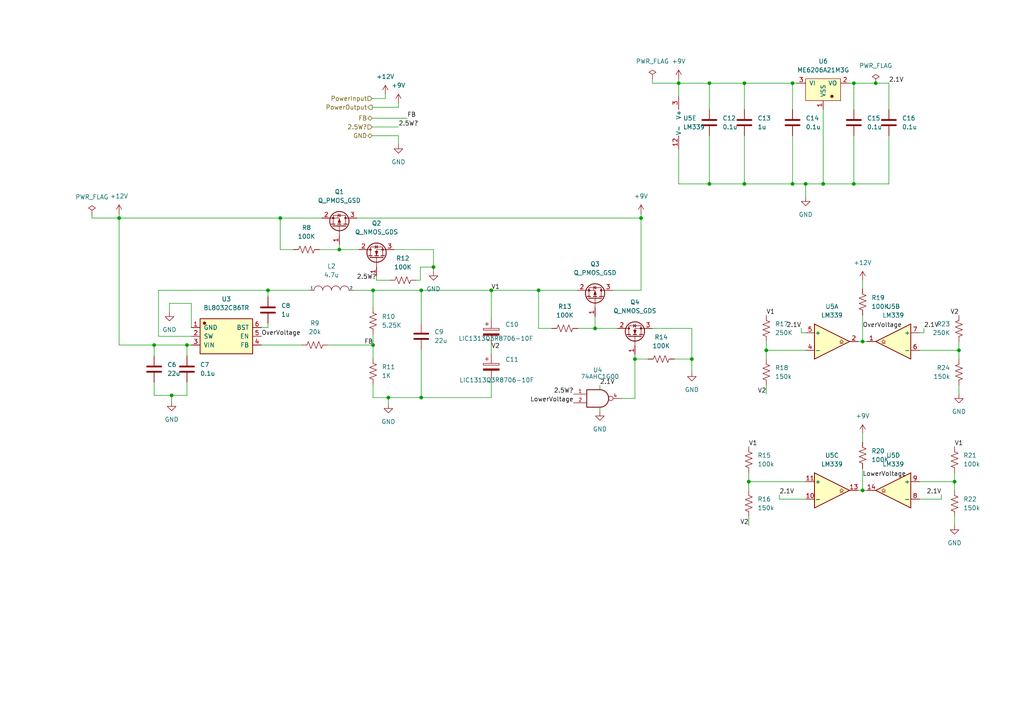
<source format=kicad_sch>
(kicad_sch (version 20211123) (generator eeschema)
  (paper "A4")
  (lib_symbols
    (symbol "1CommonUse:C0805" (pin_numbers hide) (pin_names (offset 0.254))
      (property "Reference" "C" (at 0.635 2.54 0))
      (property "Value" "C0805" (at 0.635 -2.54 0))
      (symbol "C0805_0_1"
        (polyline (pts (xy -2.032 -0.762) (xy 2.032 -0.762)) (stroke (width 0.508)))
        (polyline (pts (xy -2.032 0.762) (xy 2.032 0.762)) (stroke (width 0.508)))
      )
      (symbol "C0805_1_1"
        (pin passive line (at 0 3.81 270) (length 2.794) (name "~") (number "1"))
        (pin passive line (at 0 -3.81 90) (length 2.794) (name "~") (number "2"))
      )
    )
    (symbol "1CommonUse:R0805" (pin_numbers hide) (pin_names (offset 0))
      (property "Reference" "R" (at 2.54 0 90))
      (property "Value" "R0805" (at -2.54 0 90))
      (symbol "R0805_0_1"
        (polyline (pts (xy 0 -2.286) (xy 0 -2.54)))
        (polyline (pts (xy 0 2.286) (xy 0 2.54)))
        (polyline (pts (xy 0 -0.762) (xy 1.016 -1.143) (xy 0 -1.524) (xy -1.016 -1.905) (xy 0 -2.286)))
        (polyline (pts (xy 0 0.762) (xy 1.016 0.381) (xy 0 0) (xy -1.016 -0.381) (xy 0 -0.762)))
        (polyline (pts (xy 0 2.286) (xy 1.016 1.905) (xy 0 1.524) (xy -1.016 1.143) (xy 0 0.762)))
      )
      (symbol "R0805_1_1"
        (pin passive line (at 0 3.81 270) (length 1.27) (name "~") (number "1"))
        (pin passive line (at 0 -3.81 90) (length 1.27) (name "~") (number "2"))
      )
    )
    (symbol "74xGxx:74AHC1G00" (pin_names (offset 1.016))
      (property "Reference" "U" (at -2.54 3.81 0))
      (property "Value" "74AHC1G00" (at 0 -3.81 0))
      (symbol "74AHC1G00_0_1"
        (arc (start 0 -2.54) (mid 2.54 0) (end 0 2.54) (stroke (width 0.254)))
        (polyline (pts (xy 0 -2.54) (xy -3.81 -2.54) (xy -3.81 2.54) (xy 0 2.54)) (stroke (width 0.254)))
      )
      (symbol "74AHC1G00_1_1"
        (pin input line (at -7.62 1.27 0) (length 3.81) (name "~") (number "1"))
        (pin input line (at -7.62 -1.27 0) (length 3.81) (name "~") (number "2"))
        (pin power_in line (at 0 -2.54 270) (length 0) hide (name "GND") (number "3"))
        (pin output inverted (at 6.35 0 180) (length 3.81) (name "~") (number "4"))
        (pin power_in line (at 0 2.54 90) (length 0) hide (name "VCC") (number "5"))
      )
    )
    (symbol "Comparator:LM339" (pin_names (offset 0.127))
      (property "Reference" "U" (at 0 5.08 0))
      (property "Value" "LM339" (at 0 -5.08 0))
      (symbol "LM339_1_1"
        (polyline (pts (xy -5.08 5.08) (xy 5.08 0) (xy -5.08 -5.08) (xy -5.08 5.08)) (stroke (width 0.254)) (fill (type background)))
        (polyline (pts (xy 3.302 -0.508) (xy 2.794 -0.508) (xy 3.302 0) (xy 2.794 0.508) (xy 2.286 0) (xy 2.794 -0.508) (xy 2.286 -0.508)) (stroke (width 0.127)))
        (pin open_collector line (at 7.62 0 180) (length 2.54) (name "~") (number "2"))
        (pin input line (at -7.62 -2.54 0) (length 2.54) (name "-") (number "4"))
        (pin input line (at -7.62 2.54 0) (length 2.54) (name "+") (number "5"))
      )
      (symbol "LM339_2_1"
        (polyline (pts (xy -5.08 5.08) (xy 5.08 0) (xy -5.08 -5.08) (xy -5.08 5.08)) (stroke (width 0.254)) (fill (type background)))
        (polyline (pts (xy 3.302 -0.508) (xy 2.794 -0.508) (xy 3.302 0) (xy 2.794 0.508) (xy 2.286 0) (xy 2.794 -0.508) (xy 2.286 -0.508)) (stroke (width 0.127)))
        (pin open_collector line (at 7.62 0 180) (length 2.54) (name "~") (number "1"))
        (pin input line (at -7.62 -2.54 0) (length 2.54) (name "-") (number "6"))
        (pin input line (at -7.62 2.54 0) (length 2.54) (name "+") (number "7"))
      )
      (symbol "LM339_3_1"
        (polyline (pts (xy -5.08 5.08) (xy 5.08 0) (xy -5.08 -5.08) (xy -5.08 5.08)) (stroke (width 0.254)) (fill (type background)))
        (polyline (pts (xy 3.302 -0.508) (xy 2.794 -0.508) (xy 3.302 0) (xy 2.794 0.508) (xy 2.286 0) (xy 2.794 -0.508) (xy 2.286 -0.508)) (stroke (width 0.127)))
        (pin input line (at -7.62 -2.54 0) (length 2.54) (name "-") (number "10"))
        (pin input line (at -7.62 2.54 0) (length 2.54) (name "+") (number "11"))
        (pin open_collector line (at 7.62 0 180) (length 2.54) (name "~") (number "13"))
      )
      (symbol "LM339_4_1"
        (polyline (pts (xy -5.08 5.08) (xy 5.08 0) (xy -5.08 -5.08) (xy -5.08 5.08)) (stroke (width 0.254)) (fill (type background)))
        (polyline (pts (xy 3.302 -0.508) (xy 2.794 -0.508) (xy 3.302 0) (xy 2.794 0.508) (xy 2.286 0) (xy 2.794 -0.508) (xy 2.286 -0.508)) (stroke (width 0.127)))
        (pin open_collector line (at 7.62 0 180) (length 2.54) (name "~") (number "14"))
        (pin input line (at -7.62 -2.54 0) (length 2.54) (name "-") (number "8"))
        (pin input line (at -7.62 2.54 0) (length 2.54) (name "+") (number "9"))
      )
      (symbol "LM339_5_1"
        (pin power_in line (at -2.54 -7.62 90) (length 3.81) (name "V-") (number "12"))
        (pin power_in line (at -2.54 7.62 270) (length 3.81) (name "V+") (number "3"))
      )
    )
    (symbol "Device:C_Polarized" (pin_numbers hide) (pin_names (offset 0.254))
      (property "Reference" "C" (at 0.635 2.54 0))
      (property "Value" "C_Polarized" (at 0.635 -2.54 0))
      (symbol "C_Polarized_0_1"
        (rectangle (start -2.286 0.508) (end 2.286 1.016))
        (polyline (pts (xy -1.778 2.286) (xy -0.762 2.286)))
        (polyline (pts (xy -1.27 2.794) (xy -1.27 1.778)))
        (rectangle (start 2.286 -0.508) (end -2.286 -1.016) (fill (type outline)))
      )
      (symbol "C_Polarized_1_1"
        (pin passive line (at 0 3.81 270) (length 2.794) (name "~") (number "1"))
        (pin passive line (at 0 -3.81 90) (length 2.794) (name "~") (number "2"))
      )
    )
    (symbol "Device:Q_NMOS_GDS" (pin_names (offset 0) hide)
      (property "Reference" "Q" (at 5.08 1.27 0))
      (property "Value" "Q_NMOS_GDS" (at 5.08 -1.27 0))
      (symbol "Q_NMOS_GDS_0_1"
        (polyline (pts (xy 0.254 0) (xy -2.54 0)))
        (polyline (pts (xy 0.254 1.905) (xy 0.254 -1.905)) (stroke (width 0.254)))
        (polyline (pts (xy 0.762 -1.27) (xy 0.762 -2.286)) (stroke (width 0.254)))
        (polyline (pts (xy 0.762 0.508) (xy 0.762 -0.508)) (stroke (width 0.254)))
        (polyline (pts (xy 0.762 2.286) (xy 0.762 1.27)) (stroke (width 0.254)))
        (polyline (pts (xy 2.54 2.54) (xy 2.54 1.778)))
        (polyline (pts (xy 2.54 -2.54) (xy 2.54 0) (xy 0.762 0)))
        (polyline (pts (xy 0.762 -1.778) (xy 3.302 -1.778) (xy 3.302 1.778) (xy 0.762 1.778)))
        (polyline (pts (xy 1.016 0) (xy 2.032 0.381) (xy 2.032 -0.381) (xy 1.016 0)) (fill (type outline)))
        (polyline (pts (xy 2.794 0.508) (xy 2.921 0.381) (xy 3.683 0.381) (xy 3.81 0.254)))
        (polyline (pts (xy 3.302 0.381) (xy 2.921 -0.254) (xy 3.683 -0.254) (xy 3.302 0.381)))
        (circle (center 1.651 0) (radius 2.794) (stroke (width 0.254)))
        (circle (center 2.54 -1.778) (radius 0.254) (fill (type outline)))
        (circle (center 2.54 1.778) (radius 0.254) (fill (type outline)))
      )
      (symbol "Q_NMOS_GDS_1_1"
        (pin input line (at -5.08 0 0) (length 2.54) (name "G") (number "1"))
        (pin passive line (at 2.54 5.08 270) (length 2.54) (name "D") (number "2"))
        (pin passive line (at 2.54 -5.08 90) (length 2.54) (name "S") (number "3"))
      )
    )
    (symbol "Device:Q_PMOS_GSD" (pin_names (offset 0) hide)
      (property "Reference" "Q" (at 5.08 1.27 0))
      (property "Value" "Q_PMOS_GSD" (at 5.08 -1.27 0))
      (symbol "Q_PMOS_GSD_0_1"
        (polyline (pts (xy 0.254 0) (xy -2.54 0)))
        (polyline (pts (xy 0.254 1.905) (xy 0.254 -1.905)) (stroke (width 0.254)))
        (polyline (pts (xy 0.762 -1.27) (xy 0.762 -2.286)) (stroke (width 0.254)))
        (polyline (pts (xy 0.762 0.508) (xy 0.762 -0.508)) (stroke (width 0.254)))
        (polyline (pts (xy 0.762 2.286) (xy 0.762 1.27)) (stroke (width 0.254)))
        (polyline (pts (xy 2.54 2.54) (xy 2.54 1.778)))
        (polyline (pts (xy 2.54 -2.54) (xy 2.54 0) (xy 0.762 0)))
        (polyline (pts (xy 0.762 1.778) (xy 3.302 1.778) (xy 3.302 -1.778) (xy 0.762 -1.778)))
        (polyline (pts (xy 2.286 0) (xy 1.27 0.381) (xy 1.27 -0.381) (xy 2.286 0)) (fill (type outline)))
        (polyline (pts (xy 2.794 -0.508) (xy 2.921 -0.381) (xy 3.683 -0.381) (xy 3.81 -0.254)))
        (polyline (pts (xy 3.302 -0.381) (xy 2.921 0.254) (xy 3.683 0.254) (xy 3.302 -0.381)))
        (circle (center 1.651 0) (radius 2.794) (stroke (width 0.254)))
        (circle (center 2.54 -1.778) (radius 0.254) (fill (type outline)))
        (circle (center 2.54 1.778) (radius 0.254) (fill (type outline)))
      )
      (symbol "Q_PMOS_GSD_1_1"
        (pin input line (at -5.08 0 0) (length 2.54) (name "G") (number "1"))
        (pin passive line (at 2.54 -5.08 90) (length 2.54) (name "S") (number "2"))
        (pin passive line (at 2.54 5.08 270) (length 2.54) (name "D") (number "3"))
      )
    )
    (symbol "SolarCharger:BL8032CB6TR" (pin_names (offset 1.016))
      (property "Reference" "U" (at 0 7.6962 0))
      (property "Value" "BL8032CB6TR" (at 0 12.7762 0))
      (symbol "BL8032CB6TR_1_1"
        (rectangle (start -7.62 5.08) (end 7.62 -5.08) (stroke (width 0.254)) (fill (type background)))
        (circle (center -6.35 3.81) (radius 0.381) (stroke (width 0.1524)) (fill (type outline)))
        (pin input line (at -10.16 2.54 0) (length 2.54) (name "GND") (number "1"))
        (pin input line (at -10.16 0 0) (length 2.54) (name "SW") (number "2"))
        (pin input line (at -10.16 -2.54 0) (length 2.54) (name "VIN") (number "3"))
        (pin input line (at 10.16 -2.54 180) (length 2.54) (name "FB") (number "4"))
        (pin input line (at 10.16 0 180) (length 2.54) (name "EN") (number "5"))
        (pin input line (at 10.16 2.54 180) (length 2.54) (name "BST") (number "6"))
      )
    )
    (symbol "SolarCharger:ME6206A21M3G" (pin_names (offset 1.016))
      (property "Reference" "U?" (at 0 8.89 0))
      (property "Value" "ME6206A21M3G" (at 0 6.35 0))
      (symbol "ME6206A21M3G_0_1"
        (rectangle (start -5.08 3.81) (end 5.08 -2.54) (fill (type background)))
      )
      (symbol "ME6206A21M3G_1_1"
        (circle (center 2.54 -1.27) (radius 0.381) (stroke (width 0.1524)) (fill (type outline)))
        (pin input line (at 0 -5.08 90) (length 2.54) (name "VSS") (number "1"))
        (pin input line (at 7.62 2.54 180) (length 2.54) (name "VO") (number "2"))
        (pin input line (at -7.62 2.54 0) (length 2.54) (name "VI") (number "3"))
      )
    )
    (symbol "power:+12V" (power) (pin_names (offset 0))
      (property "Value" "+12V" (at 0 3.556 0))
      (symbol "+12V_0_1"
        (polyline (pts (xy -0.762 1.27) (xy 0 2.54)))
        (polyline (pts (xy 0 0) (xy 0 2.54)))
        (polyline (pts (xy 0 2.54) (xy 0.762 1.27)))
      )
      (symbol "+12V_1_1"
        (pin power_in line (at 0 0 90) (length 0) hide (name "+12V") (number "1"))
      )
    )
    (symbol "power:+9V" (power) (pin_names (offset 0))
      (property "Value" "+9V" (at 0 3.556 0))
      (symbol "+9V_0_1"
        (polyline (pts (xy -0.762 1.27) (xy 0 2.54)))
        (polyline (pts (xy 0 0) (xy 0 2.54)))
        (polyline (pts (xy 0 2.54) (xy 0.762 1.27)))
      )
      (symbol "+9V_1_1"
        (pin power_in line (at 0 0 90) (length 0) hide (name "+9V") (number "1"))
      )
    )
    (symbol "power:GND" (power) (pin_names (offset 0))
      (property "Value" "GND" (at 0 -3.81 0))
      (symbol "GND_0_1"
        (polyline (pts (xy 0 0) (xy 0 -1.27) (xy 1.27 -1.27) (xy 0 -2.54) (xy -1.27 -1.27) (xy 0 -1.27)))
      )
      (symbol "GND_1_1"
        (pin power_in line (at 0 0 270) (length 0) hide (name "GND") (number "1"))
      )
    )
    (symbol "power:PWR_FLAG" (power) (pin_numbers hide) (pin_names (offset 0) hide)
      (property "Value" "PWR_FLAG" (at 0 3.81 0))
      (symbol "PWR_FLAG_0_0"
        (pin power_out line (at 0 0 90) (length 0) (name "pwr") (number "1"))
      )
      (symbol "PWR_FLAG_0_1"
        (polyline (pts (xy 0 0) (xy 0 1.27) (xy -1.016 1.905) (xy 0 2.54) (xy 1.016 1.905) (xy 0 1.27)))
      )
    )
    (symbol "pspice:INDUCTOR" (pin_numbers hide) (pin_names (offset 0))
      (property "Reference" "L" (at 0 2.54 0))
      (property "Value" "INDUCTOR" (at 0 -1.27 0))
      (symbol "INDUCTOR_0_1"
        (arc (start -2.54 0) (mid -3.81 1.27) (end -5.08 0))
        (arc (start 0 0) (mid -1.27 1.27) (end -2.54 0))
        (arc (start 2.54 0) (mid 1.27 1.27) (end 0 0))
        (arc (start 5.08 0) (mid 3.81 1.27) (end 2.54 0))
      )
      (symbol "INDUCTOR_1_1"
        (pin input line (at -6.35 0 0) (length 1.27) (name "1") (number "1"))
        (pin input line (at 6.35 0 180) (length 1.27) (name "2") (number "2"))
      )
    )
  )
  (junction (at 196.85 24.13))
  (junction (at 205.74 24.13))
  (junction (at 250.19 99.06))
  (junction (at 215.9 53.34))
  (junction (at 34.544 63.246))
  (junction (at 276.86 139.7))
  (junction (at 229.87 24.13))
  (junction (at 172.593 95.25))
  (junction (at 200.66 104.14))
  (junction (at 222.25 101.6))
  (junction (at 215.9 24.13))
  (junction (at 238.76 53.34))
  (junction (at 247.65 24.13))
  (junction (at 254 24.13))
  (junction (at 54.229 100.076))
  (junction (at 233.68 53.34))
  (junction (at 229.87 53.34))
  (junction (at 108.204 100.076))
  (junction (at 77.724 84.201))
  (junction (at 247.65 53.34))
  (junction (at 205.74 53.34))
  (junction (at 250.19 142.24))
  (junction (at 278.13 101.6))
  (junction (at 156.21 84.201))
  (junction (at 185.928 63.246))
  (junction (at 122.174 115.316))
  (junction (at 217.17 139.7))
  (junction (at 44.704 100.076))
  (junction (at 98.425 72.39))
  (junction (at 184.15 104.14))
  (junction (at 112.649 115.316))
  (junction (at 122.174 84.201))
  (junction (at 108.204 84.201))
  (junction (at 49.784 114.681))
  (junction (at 81.28 63.246))
  (junction (at 142.494 84.201))
  (junction (at 125.73 77.47))
  (wire (pts (xy 257.81 39.37) (xy 257.81 53.34)))
  (wire (pts (xy 248.92 99.06) (xy 250.19 99.06)))
  (wire (pts (xy 229.87 53.34) (xy 233.68 53.34)))
  (wire (pts (xy 254 24.13) (xy 257.81 24.13)))
  (wire (pts (xy 112.649 115.316) (xy 108.204 115.316)))
  (wire (pts (xy 200.66 104.14) (xy 200.66 107.95)))
  (wire (pts (xy 102.489 84.201) (xy 108.204 84.201)))
  (wire (pts (xy 247.65 39.37) (xy 247.65 53.34)))
  (wire (pts (xy 250.19 91.44) (xy 250.19 99.06)))
  (wire (pts (xy 112.649 117.221) (xy 112.649 115.316)))
  (wire (pts (xy 121.92 81.28) (xy 121.92 77.47)))
  (wire (pts (xy 278.13 101.6) (xy 266.7 101.6)))
  (wire (pts (xy 49.784 114.681) (xy 54.229 114.681)))
  (wire (pts (xy 45.974 84.201) (xy 45.974 97.536)))
  (wire (pts (xy 34.544 100.076) (xy 44.704 100.076)))
  (wire (pts (xy 247.65 24.13) (xy 254 24.13)))
  (wire (pts (xy 125.73 77.47) (xy 125.73 78.74)))
  (wire (pts (xy 122.174 115.316) (xy 112.649 115.316)))
  (wire (pts (xy 247.65 53.34) (xy 238.76 53.34)))
  (wire (pts (xy 142.494 84.201) (xy 142.494 92.456)))
  (wire (pts (xy 180.34 115.57) (xy 184.15 115.57)))
  (wire (pts (xy 115.57 39.37) (xy 115.57 41.91)))
  (wire (pts (xy 172.593 95.25) (xy 179.07 95.25)))
  (wire (pts (xy 34.544 100.076) (xy 34.544 63.246)))
  (wire (pts (xy 196.85 43.18) (xy 196.85 53.34)))
  (wire (pts (xy 34.544 63.246) (xy 81.28 63.246)))
  (wire (pts (xy 232.41 95.25) (xy 232.41 96.52)))
  (wire (pts (xy 266.7 144.78) (xy 273.05 144.78)))
  (wire (pts (xy 81.28 63.246) (xy 93.345 63.246)))
  (wire (pts (xy 238.76 53.34) (xy 233.68 53.34)))
  (wire (pts (xy 107.95 36.83) (xy 115.57 36.83)))
  (wire (pts (xy 222.25 104.14) (xy 222.25 101.6)))
  (wire (pts (xy 49.784 114.681) (xy 49.784 116.586)))
  (wire (pts (xy 92.71 72.39) (xy 98.425 72.39)))
  (wire (pts (xy 113.03 81.28) (xy 109.22 81.28)))
  (wire (pts (xy 276.86 139.7) (xy 276.86 142.24)))
  (wire (pts (xy 205.74 39.37) (xy 205.74 53.34)))
  (wire (pts (xy 125.73 72.39) (xy 125.73 77.47)))
  (wire (pts (xy 75.819 100.076) (xy 87.503 100.076)))
  (wire (pts (xy 229.87 24.13) (xy 229.87 31.75)))
  (wire (pts (xy 205.74 53.34) (xy 215.9 53.34)))
  (wire (pts (xy 246.38 24.13) (xy 247.65 24.13)))
  (wire (pts (xy 247.65 53.34) (xy 257.81 53.34)))
  (wire (pts (xy 54.229 114.681) (xy 54.229 110.871)))
  (wire (pts (xy 247.65 24.13) (xy 247.65 31.75)))
  (wire (pts (xy 44.704 114.681) (xy 49.784 114.681)))
  (wire (pts (xy 142.494 100.076) (xy 142.494 102.616)))
  (wire (pts (xy 77.724 93.726) (xy 77.724 94.996)))
  (wire (pts (xy 267.97 95.25) (xy 267.97 96.52)))
  (wire (pts (xy 267.97 96.52) (xy 266.7 96.52)))
  (wire (pts (xy 98.425 72.39) (xy 104.14 72.39)))
  (wire (pts (xy 55.499 88.011) (xy 49.149 88.011)))
  (wire (pts (xy 189.23 22.86) (xy 189.23 24.13)))
  (wire (pts (xy 200.66 95.25) (xy 200.66 104.14)))
  (wire (pts (xy 222.25 101.6) (xy 233.68 101.6)))
  (wire (pts (xy 26.67 63.246) (xy 34.544 63.246)))
  (wire (pts (xy 108.204 96.901) (xy 108.204 100.076)))
  (wire (pts (xy 122.174 93.726) (xy 122.174 84.201)))
  (wire (pts (xy 250.19 125.73) (xy 250.19 128.27)))
  (wire (pts (xy 184.15 104.14) (xy 184.15 102.87)))
  (wire (pts (xy 44.704 100.076) (xy 44.704 103.251)))
  (wire (pts (xy 142.494 84.201) (xy 156.21 84.201)))
  (wire (pts (xy 217.17 139.7) (xy 217.17 142.24)))
  (wire (pts (xy 226.06 144.78) (xy 226.06 143.51)))
  (wire (pts (xy 172.593 91.821) (xy 172.593 95.25)))
  (wire (pts (xy 189.23 24.13) (xy 196.85 24.13)))
  (wire (pts (xy 108.204 84.201) (xy 108.204 89.281)))
  (wire (pts (xy 77.724 84.201) (xy 77.724 86.106)))
  (wire (pts (xy 217.17 139.7) (xy 233.68 139.7)))
  (wire (pts (xy 184.15 115.57) (xy 184.15 104.14)))
  (wire (pts (xy 109.22 81.28) (xy 109.22 80.01)))
  (wire (pts (xy 278.13 99.06) (xy 278.13 101.6)))
  (wire (pts (xy 114.3 72.39) (xy 125.73 72.39)))
  (wire (pts (xy 122.174 115.316) (xy 142.494 115.316)))
  (wire (pts (xy 103.505 63.246) (xy 185.928 63.246)))
  (wire (pts (xy 222.25 111.76) (xy 222.25 114.3)))
  (wire (pts (xy 196.85 53.34) (xy 205.74 53.34)))
  (wire (pts (xy 173.99 119.38) (xy 173.99 118.11)))
  (wire (pts (xy 276.86 137.16) (xy 276.86 139.7)))
  (wire (pts (xy 142.494 110.236) (xy 142.494 115.316)))
  (wire (pts (xy 195.58 104.14) (xy 200.66 104.14)))
  (wire (pts (xy 122.174 84.201) (xy 108.204 84.201)))
  (wire (pts (xy 111.76 28.575) (xy 107.95 28.575)))
  (wire (pts (xy 215.9 53.34) (xy 229.87 53.34)))
  (wire (pts (xy 222.25 99.06) (xy 222.25 101.6)))
  (wire (pts (xy 266.7 139.7) (xy 276.86 139.7)))
  (wire (pts (xy 45.974 97.536) (xy 55.499 97.536)))
  (wire (pts (xy 173.99 111.76) (xy 173.99 113.03)))
  (wire (pts (xy 278.13 104.14) (xy 278.13 101.6)))
  (wire (pts (xy 205.74 24.13) (xy 205.74 31.75)))
  (wire (pts (xy 229.87 39.37) (xy 229.87 53.34)))
  (wire (pts (xy 77.724 94.996) (xy 75.819 94.996)))
  (wire (pts (xy 250.19 142.24) (xy 251.46 142.24)))
  (wire (pts (xy 122.174 101.346) (xy 122.174 115.316)))
  (wire (pts (xy 250.19 142.24) (xy 248.92 142.24)))
  (wire (pts (xy 115.57 29.845) (xy 115.57 31.115)))
  (wire (pts (xy 185.928 84.201) (xy 177.673 84.201)))
  (wire (pts (xy 167.64 95.25) (xy 172.593 95.25)))
  (wire (pts (xy 118.11 34.29) (xy 107.95 34.29)))
  (wire (pts (xy 85.09 72.39) (xy 81.28 72.39)))
  (wire (pts (xy 196.85 22.86) (xy 196.85 24.13)))
  (wire (pts (xy 196.85 24.13) (xy 205.74 24.13)))
  (wire (pts (xy 205.74 24.13) (xy 215.9 24.13)))
  (wire (pts (xy 111.76 27.305) (xy 111.76 28.575)))
  (wire (pts (xy 187.96 104.14) (xy 184.15 104.14)))
  (wire (pts (xy 55.499 94.996) (xy 55.499 88.011)))
  (wire (pts (xy 108.204 111.506) (xy 108.204 115.316)))
  (wire (pts (xy 120.65 81.28) (xy 121.92 81.28)))
  (wire (pts (xy 229.87 24.13) (xy 231.14 24.13)))
  (wire (pts (xy 156.21 84.201) (xy 167.513 84.201)))
  (wire (pts (xy 250.19 135.89) (xy 250.19 142.24)))
  (wire (pts (xy 121.92 77.47) (xy 125.73 77.47)))
  (wire (pts (xy 115.57 31.115) (xy 107.95 31.115)))
  (wire (pts (xy 160.02 95.25) (xy 156.21 95.25)))
  (wire (pts (xy 238.76 31.75) (xy 238.76 53.34)))
  (wire (pts (xy 44.704 110.871) (xy 44.704 114.681)))
  (wire (pts (xy 250.19 81.28) (xy 250.19 83.82)))
  (wire (pts (xy 232.41 96.52) (xy 233.68 96.52)))
  (wire (pts (xy 81.28 63.246) (xy 81.28 72.39)))
  (wire (pts (xy 108.204 100.076) (xy 108.204 103.886)))
  (wire (pts (xy 34.544 61.976) (xy 34.544 63.246)))
  (wire (pts (xy 196.85 27.94) (xy 196.85 24.13)))
  (wire (pts (xy 215.9 24.13) (xy 215.9 31.75)))
  (wire (pts (xy 217.17 137.16) (xy 217.17 139.7)))
  (wire (pts (xy 77.724 84.201) (xy 89.789 84.201)))
  (wire (pts (xy 278.13 111.76) (xy 278.13 114.3)))
  (wire (pts (xy 276.86 149.86) (xy 276.86 152.4)))
  (wire (pts (xy 49.149 88.011) (xy 49.149 90.551)))
  (wire (pts (xy 233.68 53.34) (xy 233.68 57.15)))
  (wire (pts (xy 189.23 95.25) (xy 200.66 95.25)))
  (wire (pts (xy 233.68 144.78) (xy 226.06 144.78)))
  (wire (pts (xy 185.928 61.976) (xy 185.928 63.246)))
  (wire (pts (xy 250.19 99.06) (xy 251.46 99.06)))
  (wire (pts (xy 185.928 63.246) (xy 185.928 84.201)))
  (wire (pts (xy 26.67 62.23) (xy 26.67 63.246)))
  (wire (pts (xy 45.974 84.201) (xy 77.724 84.201)))
  (wire (pts (xy 98.425 70.866) (xy 98.425 72.39)))
  (wire (pts (xy 95.123 100.076) (xy 108.204 100.076)))
  (wire (pts (xy 122.174 84.201) (xy 142.494 84.201)))
  (wire (pts (xy 273.05 143.51) (xy 273.05 144.78)))
  (wire (pts (xy 44.704 100.076) (xy 54.229 100.076)))
  (wire (pts (xy 107.95 39.37) (xy 115.57 39.37)))
  (wire (pts (xy 215.9 24.13) (xy 229.87 24.13)))
  (wire (pts (xy 257.81 24.13) (xy 257.81 31.75)))
  (wire (pts (xy 217.17 149.86) (xy 217.17 152.4)))
  (wire (pts (xy 54.229 100.076) (xy 55.499 100.076)))
  (wire (pts (xy 54.229 100.076) (xy 54.229 103.251)))
  (wire (pts (xy 156.21 84.201) (xy 156.21 95.25)))
  (wire (pts (xy 215.9 39.37) (xy 215.9 53.34)))
  (label "FB" (at 108.204 100.076 180))
  (label "FB" (at 118.11 34.29 0))
  (label "2.5W?" (at 115.57 36.83 0))
  (label "LowerVoltage" (at 166.37 116.84 180))
  (label "V2" (at 278.13 91.44 180))
  (label "2.1V" (at 173.99 111.76 0))
  (label "OverVoltage" (at 75.819 97.536 0))
  (label "2.1V" (at 267.97 95.25 0))
  (label "V1" (at 276.86 129.54 0))
  (label "V1" (at 217.17 129.54 0))
  (label "V2" (at 217.17 152.4 180))
  (label "2.1V" (at 226.06 143.51 0))
  (label "2.5W?" (at 109.22 81.28 180))
  (label "V2" (at 222.25 114.3 180))
  (label "V2" (at 142.494 101.346 0))
  (label "V1" (at 222.25 91.44 0))
  (label "2.5W?" (at 166.37 114.3 180))
  (label "2.1V" (at 257.81 24.13 0))
  (label "LowerVoltage" (at 250.19 138.43 0))
  (label "OverVoltage" (at 250.19 95.25 0))
  (label "V1" (at 142.494 84.201 0))
  (label "2.1V" (at 273.05 143.51 180))
  (label "2.1V" (at 232.41 95.25 180))
  (hierarchical_label "PowerOutput" (shape output) (at 107.95 31.115 180))
  (hierarchical_label "FB" (shape bidirectional) (at 107.95 34.29 180))
  (hierarchical_label "GND" (shape bidirectional) (at 107.95 39.37 180))
  (hierarchical_label "PowerInput" (shape input) (at 107.95 28.575 180))
  (hierarchical_label "2.5W?" (shape input) (at 107.95 36.83 180))
  (symbol (lib_id "power:PWR_FLAG") (at 189.23 22.86 0) (unit 1)
    (property "Reference" "#FLG0102" (effects hide))
    (property "Value" "PWR_FLAG" (at 189.23 17.78 0))
  )
  (symbol (lib_id "power:GND") (at 173.99 119.38 0) (unit 1)
    (property "Reference" "#PWR017" (effects hide))
    (property "Value" "GND" (at 173.99 124.46 0))
  )
  (symbol (lib_id "1CommonUse:C0805") (at 215.9 35.56 0) (unit 1)
    (property "Reference" "C13" (at 219.71 34.2899 0) (effects (justify left)))
    (property "Value" "1u" (at 219.71 36.8299 0) (effects (justify left)))
    (property "Footprint" "Capacitor_SMD:C_0805_2012Metric" (effects hide))
  )
  (symbol (lib_id "power:GND") (at 200.66 107.95 0) (unit 1)
    (property "Reference" "#PWR020" (effects hide))
    (property "Value" "GND" (at 200.66 113.03 0))
  )
  (symbol (lib_id "power:+9V") (at 115.57 29.845 0) (unit 1)
    (property "Reference" "#PWR014" (effects hide))
    (property "Value" "+9V" (at 115.57 24.765 0))
  )
  (symbol (lib_id "1CommonUse:R0805") (at 191.77 104.14 270) (unit 1)
    (property "Reference" "R14" (at 191.77 97.79 90))
    (property "Value" "100K" (at 191.77 100.33 90))
    (property "Footprint" "Resistor_SMD:R_0805_2012Metric" (effects hide))
  )
  (symbol (lib_id "Device:Q_NMOS_GDS") (at 184.15 97.79 90) (unit 1)
    (property "Reference" "Q4" (at 184.15 87.63 90))
    (property "Value" "Q_NMOS_GDS" (at 184.15 90.17 90))
    (property "Footprint" "Package_TO_SOT_SMD:SOT-23" (effects hide))
  )
  (symbol (lib_id "1CommonUse:C0805") (at 229.87 35.56 0) (unit 1)
    (property "Reference" "C14" (at 233.68 34.2899 0) (effects (justify left)))
    (property "Value" "0.1u" (at 233.68 36.8299 0) (effects (justify left)))
    (property "Footprint" "Capacitor_SMD:C_0805_2012Metric" (effects hide))
  )
  (symbol (lib_id "1CommonUse:R0805") (at 250.19 87.63 180) (unit 1)
    (property "Reference" "R19" (at 252.73 86.3599 0) (effects (justify right)))
    (property "Value" "100K" (at 252.73 88.8999 0) (effects (justify right)))
    (property "Footprint" "Resistor_SMD:R_0805_2012Metric" (effects hide))
  )
  (symbol (lib_id "power:GND") (at 278.13 114.3 0) (mirror y) (unit 1)
    (property "Reference" "#PWR025" (effects hide))
    (property "Value" "GND" (at 278.13 119.38 0))
  )
  (symbol (lib_id "power:+9V") (at 196.85 22.86 0) (unit 1)
    (property "Reference" "#PWR019" (effects hide))
    (property "Value" "+9V" (at 196.85 17.78 0))
  )
  (symbol (lib_id "power:+12V") (at 111.76 27.305 0) (unit 1)
    (property "Reference" "#PWR012" (effects hide))
    (property "Value" "+12V" (at 111.76 22.225 0))
  )
  (symbol (lib_id "Comparator:LM339") (at 241.3 142.24 0) (unit 3)
    (property "Reference" "U5" (at 241.3 132.08 0))
    (property "Value" "LM339" (at 241.3 134.62 0))
    (property "Datasheet" "https://www.st.com/resource/en/datasheet/lm139.pdf" (effects hide))
  )
  (symbol (lib_id "1CommonUse:R0805") (at 116.84 81.28 270) (unit 1)
    (property "Reference" "R12" (at 116.84 74.93 90))
    (property "Value" "100K" (at 116.84 77.47 90))
    (property "Footprint" "Resistor_SMD:R_0805_2012Metric" (effects hide))
  )
  (symbol (lib_id "1CommonUse:R0805") (at 222.25 107.95 180) (unit 1)
    (property "Reference" "R18" (at 224.79 106.6799 0) (effects (justify right)))
    (property "Value" "150k" (at 224.79 109.2199 0) (effects (justify right)))
    (property "Footprint" "Resistor_SMD:R_0805_2012Metric" (effects hide))
  )
  (symbol (lib_id "power:+9V") (at 250.19 125.73 0) (unit 1)
    (property "Reference" "#PWR023" (effects hide))
    (property "Value" "+9V" (at 250.19 120.65 0))
  )
  (symbol (lib_id "power:GND") (at 49.784 116.586 0) (unit 1)
    (property "Reference" "#PWR011" (effects hide))
    (property "Value" "GND" (at 49.784 121.666 0))
  )
  (symbol (lib_id "power:GND") (at 125.73 78.74 0) (unit 1)
    (property "Reference" "#PWR016" (effects hide))
    (property "Value" "GND" (at 125.73 83.82 0))
  )
  (symbol (lib_id "1CommonUse:R0805") (at 278.13 107.95 0) (mirror x) (unit 1)
    (property "Reference" "R24" (at 275.59 106.6799 0) (effects (justify right)))
    (property "Value" "150k" (at 275.59 109.2199 0) (effects (justify right)))
    (property "Footprint" "Resistor_SMD:R_0805_2012Metric" (effects hide))
  )
  (symbol (lib_id "Device:C_Polarized") (at 142.494 106.426 0) (unit 1)
    (property "Reference" "C11" (at 146.558 104.2669 0) (effects (justify left)))
    (property "Value" "LIC1313Q3R8706-10F" (at 133.223 110.236 0) (effects (justify left)))
    (property "Footprint" "Capacitor_THT:CP_Radial_D13.0mm_P5.00mm" (effects hide))
    (property "Datasheet" "http://www.cda-cap.com/userfiles/20217301571475.pdf" (effects hide))
    (property "淘寶" "https://item.taobao.com/item.htm?spm=a312a.7700824.w4002-23251773187.26.64b61871zzsKnK&id=607728818790" (effects hide))
  )
  (symbol (lib_id "1CommonUse:R0805") (at 222.25 95.25 180) (unit 1)
    (property "Reference" "R17" (at 224.79 93.9799 0) (effects (justify right)))
    (property "Value" "250K" (at 224.79 96.5199 0) (effects (justify right)))
    (property "Footprint" "Resistor_SMD:R_0805_2012Metric" (effects hide))
  )
  (symbol (lib_id "pspice:INDUCTOR") (at 96.139 84.201 0) (unit 1)
    (property "Reference" "L2" (at 96.139 77.216 0))
    (property "Value" "4.7u" (at 96.139 79.756 0))
    (property "Footprint" "SolarCharger:IND-SMD_L4.5-W4.2" (effects hide))
    (property "Datasheet" "https://datasheet.lcsc.com/lcsc/2007271203_PROD-Tech-PSPMAA0402-4R7M-ANP_C436517.pdf" (effects hide))
    (property "LCSC" "C436517" (effects hide))
  )
  (symbol (lib_id "1CommonUse:R0805") (at 276.86 146.05 180) (unit 1)
    (property "Reference" "R22" (at 279.4 144.7799 0) (effects (justify right)))
    (property "Value" "150k" (at 279.4 147.3199 0) (effects (justify right)))
    (property "Footprint" "Resistor_SMD:R_0805_2012Metric" (effects hide))
  )
  (symbol (lib_id "1CommonUse:R0805") (at 163.83 95.25 270) (unit 1)
    (property "Reference" "R13" (at 163.83 88.9 90))
    (property "Value" "100K" (at 163.83 91.44 90))
    (property "Footprint" "Resistor_SMD:R_0805_2012Metric" (effects hide))
  )
  (symbol (lib_id "1CommonUse:C0805") (at 44.704 107.061 0) (unit 1)
    (property "Reference" "C6" (at 48.514 105.7909 0) (effects (justify left)))
    (property "Value" "22u" (at 48.514 108.3309 0) (effects (justify left)))
    (property "Footprint" "Capacitor_SMD:C_0805_2012Metric" (effects hide))
  )
  (symbol (lib_id "power:GND") (at 115.57 41.91 0) (unit 1)
    (property "Reference" "#PWR015" (effects hide))
    (property "Value" "GND" (at 115.57 46.99 0))
  )
  (symbol (lib_id "Comparator:LM339") (at 241.3 99.06 0) (unit 1)
    (property "Reference" "U5" (at 241.3 88.9 0))
    (property "Value" "LM339" (at 241.3 91.44 0))
    (property "Datasheet" "https://www.st.com/resource/en/datasheet/lm139.pdf" (effects hide))
  )
  (symbol (lib_id "Comparator:LM339") (at 259.08 99.06 0) (mirror y) (unit 2)
    (property "Reference" "U5" (at 259.08 88.9 0))
    (property "Value" "LM339" (at 259.08 91.44 0))
    (property "Datasheet" "https://www.st.com/resource/en/datasheet/lm139.pdf" (effects hide))
  )
  (symbol (lib_id "power:GND") (at 49.149 90.551 0) (unit 1)
    (property "Reference" "#PWR010" (effects hide))
    (property "Value" "GND" (at 49.149 95.631 0))
  )
  (symbol (lib_id "power:+9V") (at 185.928 61.976 0) (unit 1)
    (property "Reference" "#PWR018" (effects hide))
    (property "Value" "+9V" (at 185.928 56.896 0))
  )
  (symbol (lib_id "74xGxx:74AHC1G00") (at 173.99 115.57 0) (unit 1)
    (property "Reference" "U4" (at 173.355 107.315 0))
    (property "Value" "74AHC1G00" (at 173.99 109.22 0))
    (property "Datasheet" "http://www.ti.com/lit/sg/scyt129e/scyt129e.pdf" (effects hide))
  )
  (symbol (lib_id "power:GND") (at 276.86 152.4 0) (mirror y) (unit 1)
    (property "Reference" "#PWR024" (effects hide))
    (property "Value" "GND" (at 276.86 157.48 0))
  )
  (symbol (lib_id "power:GND") (at 233.68 57.15 0) (unit 1)
    (property "Reference" "#PWR021" (effects hide))
    (property "Value" "GND" (at 233.68 62.23 0))
  )
  (symbol (lib_id "1CommonUse:R0805") (at 217.17 146.05 180) (unit 1)
    (property "Reference" "R16" (at 219.71 144.7799 0) (effects (justify right)))
    (property "Value" "150k" (at 219.71 147.3199 0) (effects (justify right)))
    (property "Footprint" "Resistor_SMD:R_0805_2012Metric" (effects hide))
  )
  (symbol (lib_id "1CommonUse:R0805") (at 88.9 72.39 270) (unit 1)
    (property "Reference" "R8" (at 88.9 66.04 90))
    (property "Value" "100K" (at 88.9 68.58 90))
    (property "Footprint" "Resistor_SMD:R_0805_2012Metric" (effects hide))
  )
  (symbol (lib_id "Device:Q_PMOS_GSD") (at 172.593 86.741 270) (mirror x) (unit 1)
    (property "Reference" "Q3" (at 172.593 76.581 90))
    (property "Value" "Q_PMOS_GSD" (at 172.593 79.121 90))
    (property "Footprint" "Package_TO_SOT_SMD:SOT-23" (effects hide))
  )
  (symbol (lib_id "1CommonUse:C0805") (at 205.74 35.56 0) (unit 1)
    (property "Reference" "C12" (at 209.55 34.2899 0) (effects (justify left)))
    (property "Value" "0.1u" (at 209.55 36.8299 0) (effects (justify left)))
    (property "Footprint" "Capacitor_SMD:C_0805_2012Metric" (effects hide))
  )
  (symbol (lib_id "1CommonUse:R0805") (at 91.313 100.076 270) (unit 1)
    (property "Reference" "R9" (at 91.313 93.726 90))
    (property "Value" "20k" (at 91.313 96.266 90))
    (property "Footprint" "Resistor_SMD:R_0805_2012Metric" (effects hide))
  )
  (symbol (lib_id "Device:C_Polarized") (at 142.494 96.266 0) (unit 1)
    (property "Reference" "C10" (at 146.558 94.1069 0) (effects (justify left)))
    (property "Value" "LIC1313Q3R8706-10F" (at 132.969 98.171 0) (effects (justify left)))
    (property "Footprint" "Capacitor_THT:CP_Radial_D13.0mm_P5.00mm" (effects hide))
    (property "Datasheet" "http://www.cda-cap.com/userfiles/20217301571475.pdf" (effects hide))
    (property "淘寶" "https://item.taobao.com/item.htm?spm=a312a.7700824.w4002-https://item.taobao.com/item.htm?spm=a312a.7700824.w4002-23251773187.26.64b61871zzsKnK&id=607728818790" (effects hide))
  )
  (symbol (lib_id "1CommonUse:R0805") (at 276.86 133.35 180) (unit 1)
    (property "Reference" "R21" (at 279.4 132.0799 0) (effects (justify right)))
    (property "Value" "100k" (at 279.4 134.6199 0) (effects (justify right)))
    (property "Footprint" "Resistor_SMD:R_0805_2012Metric" (effects hide))
  )
  (symbol (lib_id "power:+12V") (at 250.19 81.28 0) (unit 1)
    (property "Reference" "#PWR022" (effects hide))
    (property "Value" "+12V" (at 250.19 76.2 0))
  )
  (symbol (lib_id "1CommonUse:R0805") (at 217.17 133.35 180) (unit 1)
    (property "Reference" "R15" (at 219.71 132.0799 0) (effects (justify right)))
    (property "Value" "100k" (at 219.71 134.6199 0) (effects (justify right)))
    (property "Footprint" "Resistor_SMD:R_0805_2012Metric" (effects hide))
  )
  (symbol (lib_id "1CommonUse:C0805") (at 77.724 89.916 180) (unit 1)
    (property "Reference" "C8" (at 81.534 88.6459 0) (effects (justify right)))
    (property "Value" "1u" (at 81.534 91.1859 0) (effects (justify right)))
    (property "Footprint" "Capacitor_SMD:C_0805_2012Metric" (effects hide))
  )
  (symbol (lib_id "1CommonUse:R0805") (at 108.204 107.696 180) (unit 1)
    (property "Reference" "R11" (at 110.744 106.4259 0) (effects (justify right)))
    (property "Value" "1K" (at 110.744 108.9659 0) (effects (justify right)))
    (property "Footprint" "Resistor_SMD:R_0805_2012Metric" (effects hide))
  )
  (symbol (lib_id "1CommonUse:C0805") (at 54.229 107.061 0) (unit 1)
    (property "Reference" "C7" (at 58.039 105.7909 0) (effects (justify left)))
    (property "Value" "0.1u" (at 58.039 108.3309 0) (effects (justify left)))
    (property "Footprint" "Capacitor_SMD:C_0805_2012Metric" (effects hide))
  )
  (symbol (lib_id "1CommonUse:R0805") (at 250.19 132.08 180) (unit 1)
    (property "Reference" "R20" (at 252.73 130.8099 0) (effects (justify right)))
    (property "Value" "100K" (at 252.73 133.3499 0) (effects (justify right)))
    (property "Footprint" "Resistor_SMD:R_0805_2012Metric" (effects hide))
  )
  (symbol (lib_id "Device:Q_PMOS_GSD") (at 98.425 65.786 270) (mirror x) (unit 1)
    (property "Reference" "Q1" (at 98.425 55.626 90))
    (property "Value" "Q_PMOS_GSD" (at 98.425 58.166 90))
    (property "Footprint" "Package_TO_SOT_SMD:SOT-23" (effects hide))
  )
  (symbol (lib_id "1CommonUse:R0805") (at 278.13 95.25 0) (mirror x) (unit 1)
    (property "Reference" "R23" (at 275.59 93.9799 0) (effects (justify right)))
    (property "Value" "250K" (at 275.59 96.5199 0) (effects (justify right)))
    (property "Footprint" "Resistor_SMD:R_0805_2012Metric" (effects hide))
  )
  (symbol (lib_id "1CommonUse:C0805") (at 247.65 35.56 0) (unit 1)
    (property "Reference" "C15" (at 251.46 34.2899 0) (effects (justify left)))
    (property "Value" "0.1u" (at 251.46 36.8299 0) (effects (justify left)))
    (property "Footprint" "Capacitor_SMD:C_0805_2012Metric" (effects hide))
  )
  (symbol (lib_id "1CommonUse:R0805") (at 108.204 93.091 180) (unit 1)
    (property "Reference" "R10" (at 110.744 91.8209 0) (effects (justify right)))
    (property "Value" "5.25K" (at 110.744 94.3609 0) (effects (justify right)))
    (property "Footprint" "Resistor_SMD:R_0805_2012Metric" (effects hide))
  )
  (symbol (lib_id "power:GND") (at 112.649 117.221 0) (unit 1)
    (property "Reference" "#PWR013" (effects hide))
    (property "Value" "GND" (at 112.649 122.301 0))
  )
  (symbol (lib_id "1CommonUse:C0805") (at 257.81 35.56 0) (unit 1)
    (property "Reference" "C16" (at 261.62 34.2899 0) (effects (justify left)))
    (property "Value" "0.1u" (at 261.62 36.8299 0) (effects (justify left)))
    (property "Footprint" "Capacitor_SMD:C_0805_2012Metric" (effects hide))
  )
  (symbol (lib_id "power:+12V") (at 34.544 61.976 0) (unit 1)
    (property "Reference" "#PWR09" (effects hide))
    (property "Value" "+12V" (at 34.544 56.896 0))
  )
  (symbol (lib_id "SolarCharger:ME6206A21M3G") (at 238.76 26.67 0) (unit 1)
    (property "Reference" "U6" (at 238.76 17.78 0))
    (property "Value" "ME6206A21M3G" (at 238.76 20.32 0))
    (property "Footprint" "Package_TO_SOT_SMD:SOT-23" (effects hide))
    (property "Datasheet" "http://www.szlcsc.com/product/details_236146.html" (effects hide))
    (property "SuppliersPartNumber" "C236706" (effects hide))
    (property "uuid" "std:7cc8802c54d643a5ad5863a77ac15182" (effects hide))
  )
  (symbol (lib_id "SolarCharger:BL8032CB6TR") (at 65.659 97.536 0) (unit 1)
    (property "Reference" "U3" (at 65.659 86.741 0))
    (property "Value" "BL8032CB6TR" (at 65.659 89.281 0))
    (property "Footprint" "Package_TO_SOT_SMD:SOT-23-6" (effects hide))
    (property "Datasheet" "http://www.szlcsc.com/product/details_94375.html" (effects hide))
    (property "SuppliersPartNumber" "C93180" (effects hide))
    (property "uuid" "std:2545d20b4eef4f6c8cf35ca26e589c58" (effects hide))
  )
  (symbol (lib_id "1CommonUse:C0805") (at 122.174 97.536 0) (unit 1)
    (property "Reference" "C9" (at 125.984 96.2659 0) (effects (justify left)))
    (property "Value" "22u" (at 125.984 98.8059 0) (effects (justify left)))
    (property "Footprint" "Capacitor_SMD:C_0805_2012Metric" (effects hide))
  )
  (symbol (lib_id "Device:Q_NMOS_GDS") (at 109.22 74.93 90) (unit 1)
    (property "Reference" "Q2" (at 109.22 64.77 90))
    (property "Value" "Q_NMOS_GDS" (at 109.22 67.31 90))
    (property "Footprint" "Package_TO_SOT_SMD:SOT-23" (effects hide))
  )
  (symbol (lib_id "power:PWR_FLAG") (at 254 24.13 0) (unit 1)
    (property "Reference" "#FLG0103" (effects hide))
    (property "Value" "PWR_FLAG" (at 254 19.05 0))
  )
  (symbol (lib_id "Comparator:LM339") (at 259.08 142.24 0) (mirror y) (unit 4)
    (property "Reference" "U5" (at 259.08 132.08 0))
    (property "Value" "LM339" (at 259.08 134.62 0))
    (property "Datasheet" "https://www.st.com/resource/en/datasheet/lm139.pdf" (effects hide))
  )
  (symbol (lib_id "Comparator:LM339") (at 199.39 35.56 0) (unit 5)
    (property "Reference" "U5" (at 198.12 34.2899 0) (effects (justify left)))
    (property "Value" "LM339" (at 198.12 36.8299 0) (effects (justify left)))
    (property "Datasheet" "https://www.st.com/resource/en/datasheet/lm139.pdf" (effects hide))
  )
  (symbol (lib_id "power:PWR_FLAG") (at 26.67 62.23 0) (unit 1)
    (property "Reference" "#FLG0101" (effects hide))
    (property "Value" "PWR_FLAG" (at 26.67 57.15 0))
  )
)
</source>
